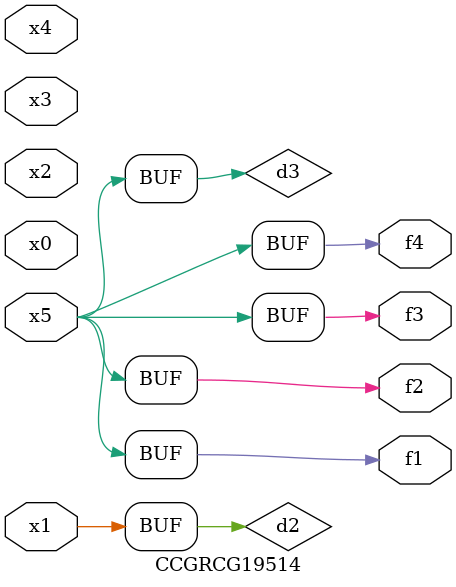
<source format=v>
module CCGRCG19514(
	input x0, x1, x2, x3, x4, x5,
	output f1, f2, f3, f4
);

	wire d1, d2, d3;

	not (d1, x5);
	or (d2, x1);
	xnor (d3, d1);
	assign f1 = d3;
	assign f2 = d3;
	assign f3 = d3;
	assign f4 = d3;
endmodule

</source>
